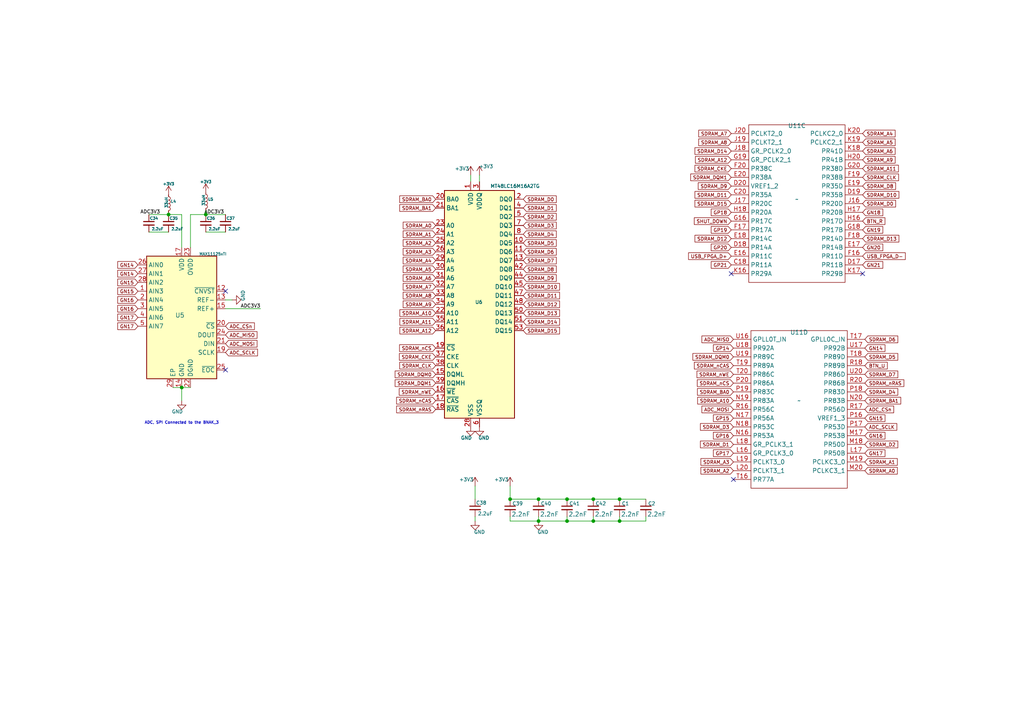
<source format=kicad_sch>
(kicad_sch (version 20230121) (generator eeschema)
  (paper "A4")
  (lib_symbols
    (symbol "Analog_ADC:MAX11125xTI"
      (property "Reference" "U" (at -8.89 19.05 0))
      (property "Value" "MAX11125xTI" (at 10.16 19.05 0))
      (symbol "MAX11125xTI_1_1"
        (pin input line (at -12.7 7.62 0) (length 2.54) (name "AIN3") (number "1"))
        (pin passive line (at 0 -20.32 90) (length 2.54) hide (name "GND") (number "10"))
        (pin passive line (at 0 -20.32 90) (length 2.54) hide (name "GND") (number "11"))
        (pin input line (at 12.7 7.62 180) (length 2.54) (name "~{CNVST}") (number "12"))
        (pin input line (at 12.7 5.08 180) (length 2.54) (name "REF-") (number "13"))
        (pin power_in line (at 0 -20.32 90) (length 2.54) (name "GND") (number "14"))
        (pin input line (at 12.7 2.54 180) (length 2.54) (name "REF+") (number "15"))
        (pin passive line (at 0 -20.32 90) (length 2.54) hide (name "GND") (number "16"))
        (pin power_in line (at 0 20.32 270) (length 2.54) (name "VDD") (number "17"))
        (pin passive line (at 0 20.32 270) (length 2.54) hide (name "VDD") (number "18"))
        (pin input line (at 12.7 -10.16 180) (length 2.54) (name "SCLK") (number "19"))
        (pin input line (at -12.7 5.08 0) (length 2.54) (name "AIN4") (number "2"))
        (pin input line (at 12.7 -2.54 180) (length 2.54) (name "~{CS}") (number "20"))
        (pin input line (at 12.7 -7.62 180) (length 2.54) (name "DIN") (number "21"))
        (pin power_in line (at 2.54 -20.32 90) (length 2.54) (name "DGND") (number "22"))
        (pin power_in line (at 2.54 20.32 270) (length 2.54) (name "OVDD") (number "23"))
        (pin output line (at 12.7 -5.08 180) (length 2.54) (name "DOUT") (number "24"))
        (pin output line (at 12.7 -15.24 180) (length 2.54) (name "~{EOC}") (number "25"))
        (pin input line (at -12.7 15.24 0) (length 2.54) (name "AIN0") (number "26"))
        (pin input line (at -12.7 12.7 0) (length 2.54) (name "AIN1") (number "27"))
        (pin input line (at -12.7 10.16 0) (length 2.54) (name "AIN2") (number "28"))
        (pin power_in line (at -2.54 -20.32 90) (length 2.54) (name "EP") (number "29"))
        (pin input line (at -12.7 2.54 0) (length 2.54) (name "AIN5") (number "3"))
        (pin input line (at -12.7 0 0) (length 2.54) (name "AIN6") (number "4"))
        (pin input line (at -12.7 -2.54 0) (length 2.54) (name "AIN7") (number "5"))
        (pin passive line (at 0 -20.32 90) (length 2.54) hide (name "GND") (number "6"))
        (pin passive line (at 0 -20.32 90) (length 2.54) hide (name "GND") (number "7"))
        (pin passive line (at 0 -20.32 90) (length 2.54) hide (name "GND") (number "8"))
        (pin passive line (at 0 -20.32 90) (length 2.54) hide (name "GND") (number "9"))
      )
    )
    (symbol "Device:C_Small" (pin_numbers hide) (pin_names (offset 0.254) hide)
      (property "Reference" "C" (at 0.254 1.778 0))
      (property "Value" "C_Small" (at 0.254 -2.032 0))
      (symbol "C_Small_1_1"
        (pin passive line (at 0 2.54 270) (length 2.032) (name "~") (number "1"))
        (pin passive line (at 0 -2.54 90) (length 2.032) (name "~") (number "2"))
      )
    )
    (symbol "Device:L_Small" (pin_numbers hide) (pin_names (offset 0.254) hide)
      (property "Reference" "L" (at 0.762 1.016 0))
      (property "Value" "L_Small" (at 0.762 -1.016 0))
      (symbol "L_Small_1_1"
        (pin passive line (at 0 2.54 270) (length 0.508) (name "~") (number "1"))
        (pin passive line (at 0 -2.54 90) (length 0.508) (name "~") (number "2"))
      )
    )
    (symbol "Library_Ulx3:ULX3_(FPGA)"
      (property "Reference" "U" (at 0 0 0))
      (symbol "ULX3_(FPGA)_1_1"
        (pin input line (at -20.32 15.24 0) (length 5.08) (name "PCLKT0_1") (number "A10"))
        (pin input line (at 17.78 15.24 180) (length 5.08) (name "PCLKC0_1") (number "A11"))
        (pin input line (at -20.32 -10.16 0) (length 5.08) (name "PT4A") (number "A6"))
        (pin input line (at -20.32 5.08 0) (length 5.08) (name "PT18A") (number "A7"))
        (pin input line (at 17.78 5.08 180) (length 5.08) (name "PT18B") (number "A8"))
        (pin input line (at -20.32 12.7 0) (length 5.08) (name "GR_PCLK0_1") (number "A9"))
        (pin input line (at 17.78 12.7 180) (length 5.08) (name "GR_PCLK0_0") (number "B10"))
        (pin input line (at -20.32 17.78 0) (length 5.08) (name "PCLKT0_0") (number "B11"))
        (pin input line (at 17.78 -10.16 180) (length 5.08) (name "PT4B") (number "B6"))
        (pin input line (at 17.78 2.54 180) (length 5.08) (name "PT15B") (number "B8"))
        (pin input line (at -20.32 10.16 0) (length 5.08) (name "PT58A") (number "B9"))
        (pin input line (at 17.78 10.16 180) (length 5.08) (name "PT58B") (number "C10"))
        (pin input line (at 17.78 17.78 180) (length 5.08) (name "PCLKC0_0") (number "C11"))
        (pin input line (at -20.32 -2.54 0) (length 5.08) (name "PT11A") (number "C6"))
        (pin input line (at 17.78 -2.54 180) (length 5.08) (name "PT11B") (number "C7"))
        (pin input line (at -20.32 2.54 0) (length 5.08) (name "PT15A") (number "C8"))
        (pin input line (at -20.32 -15.24 0) (length 5.08) (name "PT54A") (number "C9"))
        (pin input line (at -20.32 -12.7 0) (length 5.08) (name "PT56A") (number "D10"))
        (pin input line (at 17.78 -7.62 180) (length 5.08) (name "PT6B") (number "D6"))
        (pin input line (at 17.78 -5.08 180) (length 5.08) (name "PT9B") (number "D7"))
        (pin input line (at 17.78 0 180) (length 5.08) (name "PT13B") (number "D8"))
        (pin input line (at -20.32 7.62 0) (length 5.08) (name "PT20A") (number "D9"))
        (pin input line (at 17.78 -12.7 180) (length 5.08) (name "PT56B") (number "E10"))
        (pin input line (at -20.32 -7.62 0) (length 5.08) (name "PT6A") (number "E6"))
        (pin input line (at -20.32 -5.08 0) (length 5.08) (name "PT9A") (number "E7"))
        (pin input line (at -20.32 0 0) (length 5.08) (name "PT13A") (number "E8"))
        (pin input line (at 17.78 7.62 180) (length 5.08) (name "PT20B") (number "E9"))
      )
      (symbol "ULX3_(FPGA)_2_1"
        (pin input line (at -20.32 -11.43 0) (length 5.08) (name "PT76A") (number "A12"))
        (pin input line (at 17.78 -11.43 180) (length 5.08) (name "PT76B") (number "A13"))
        (pin input line (at -20.32 -3.81 0) (length 5.08) (name "PT83A") (number "A14"))
        (pin input line (at -20.32 -21.59 0) (length 5.08) (name "PT103A") (number "A15"))
        (pin input line (at -20.32 6.35 0) (length 5.08) (name "PT110A") (number "A16"))
        (pin input line (at -20.32 13.97 0) (length 5.08) (name "PT116A") (number "A17"))
        (pin input line (at -20.32 16.51 0) (length 5.08) (name "PT119A") (number "A18"))
        (pin input line (at -20.32 19.05 0) (length 5.08) (name "PT121A") (number "A19"))
        (pin input line (at -20.32 -16.51 0) (length 5.08) (name "PCLKT1_0") (number "B12"))
        (pin input line (at -20.32 -8.89 0) (length 5.08) (name "PT78A") (number "B13"))
        (pin input line (at -20.32 1.27 0) (length 5.08) (name "PT105A") (number "B15"))
        (pin input line (at 17.78 6.35 180) (length 5.08) (name "PT110B") (number "B16"))
        (pin input line (at -20.32 11.43 0) (length 5.08) (name "PT114A") (number "B17"))
        (pin input line (at 17.78 13.97 180) (length 5.08) (name "PT116B") (number "B18"))
        (pin input line (at 17.78 16.51 180) (length 5.08) (name "PT119B") (number "B19"))
        (pin input line (at 17.78 19.05 180) (length 5.08) (name "PT121B") (number "B20"))
        (pin input line (at 17.78 -16.51 180) (length 5.08) (name "PCLKC1_0") (number "C12"))
        (pin input line (at 17.78 -8.89 180) (length 5.08) (name "PT78B") (number "C13"))
        (pin input line (at 17.78 -3.81 180) (length 5.08) (name "PT83B") (number "C14"))
        (pin input line (at 17.78 1.27 180) (length 5.08) (name "PT105B") (number "C15"))
        (pin input line (at -20.32 8.89 0) (length 5.08) (name "PT112A") (number "C16"))
        (pin input line (at 17.78 11.43 180) (length 5.08) (name "PT114B") (number "C17"))
        (pin input line (at -20.32 -19.05 0) (length 5.08) (name "PCLKT1_1") (number "D11"))
        (pin input line (at -20.32 -13.97 0) (length 5.08) (name "GR_PCLK1_0") (number "D12"))
        (pin input line (at -20.32 -6.35 0) (length 5.08) (name "PT80A") (number "D13"))
        (pin input line (at -20.32 -1.27 0) (length 5.08) (name "PT85A") (number "D14"))
        (pin input line (at -20.32 3.81 0) (length 5.08) (name "PT107A") (number "D15"))
        (pin input line (at 17.78 8.89 180) (length 5.08) (name "PT112B") (number "D16"))
        (pin input line (at 17.78 -19.05 180) (length 5.08) (name "PCLKC1_1") (number "E11"))
        (pin input line (at 17.78 -13.97 180) (length 5.08) (name "GR_PCLK1_1") (number "E12"))
        (pin input line (at 17.78 -6.35 180) (length 5.08) (name "PT80B") (number "E13"))
        (pin input line (at 17.78 -1.27 180) (length 5.08) (name "PT85B") (number "E14"))
        (pin input line (at 17.78 3.81 180) (length 5.08) (name "PT107B") (number "E15"))
      )
      (symbol "ULX3_(FPGA)_3_1"
        (pin input line (at -19.05 -19.05 0) (length 5.08) (name "PR11A") (number "C18"))
        (pin input line (at -19.05 1.27 0) (length 5.08) (name "PR35A") (number "C20"))
        (pin input line (at 19.05 -19.05 180) (length 5.08) (name "PR11B") (number "D17"))
        (pin input line (at -19.05 -13.97 0) (length 5.08) (name "PR14A") (number "D18"))
        (pin input line (at 19.05 1.27 180) (length 5.08) (name "PR35B") (number "D19"))
        (pin input line (at -19.05 3.81 0) (length 5.08) (name "VREF1_2") (number "D20"))
        (pin input line (at -19.05 -16.51 0) (length 5.08) (name "PR11C") (number "E16"))
        (pin input line (at 19.05 -13.97 180) (length 5.08) (name "PR14B") (number "E17"))
        (pin input line (at -19.05 -11.43 0) (length 5.08) (name "PR14C") (number "E18"))
        (pin input line (at 19.05 3.81 180) (length 5.08) (name "PR35D") (number "E19"))
        (pin input line (at -19.05 6.35 0) (length 5.08) (name "PR38A") (number "E20"))
        (pin input line (at 19.05 -16.51 180) (length 5.08) (name "PR11D") (number "F16"))
        (pin input line (at -19.05 -8.89 0) (length 5.08) (name "PR17A") (number "F17"))
        (pin input line (at 19.05 -11.43 180) (length 5.08) (name "PR14D") (number "F18"))
        (pin input line (at 19.05 6.35 180) (length 5.08) (name "PR38B") (number "F19"))
        (pin input line (at -19.05 8.89 0) (length 5.08) (name "PR38C") (number "F20"))
        (pin input line (at -19.05 -6.35 0) (length 5.08) (name "PR17C") (number "G16"))
        (pin input line (at 19.05 -8.89 180) (length 5.08) (name "PR17B") (number "G18"))
        (pin input line (at -19.05 11.43 0) (length 5.08) (name "GR_PCLK2_1") (number "G19"))
        (pin input line (at 19.05 8.89 180) (length 5.08) (name "PR38D") (number "G20"))
        (pin input line (at 19.05 -6.35 180) (length 5.08) (name "PR17D") (number "H16"))
        (pin input line (at 19.05 -3.81 180) (length 5.08) (name "PR20B") (number "H17"))
        (pin input line (at -19.05 -3.81 0) (length 5.08) (name "PR20A") (number "H18"))
        (pin input line (at 19.05 11.43 180) (length 5.08) (name "PR41B") (number "H20"))
        (pin input line (at 19.05 -1.27 180) (length 5.08) (name "PR20D") (number "J16"))
        (pin input line (at -19.05 -1.27 0) (length 5.08) (name "PR20C") (number "J17"))
        (pin input line (at -19.05 13.97 0) (length 5.08) (name "GR_PCLK2_0") (number "J18"))
        (pin input line (at -19.05 16.51 0) (length 5.08) (name "PCLKT2_1") (number "J19"))
        (pin input line (at -19.05 19.05 0) (length 5.08) (name "PCLKT2_0") (number "J20"))
        (pin input line (at -19.05 -21.59 0) (length 5.08) (name "PR29A") (number "K16"))
        (pin input line (at 19.05 -21.59 180) (length 5.08) (name "PR29B") (number "K17"))
        (pin input line (at 19.05 13.97 180) (length 5.08) (name "PR41D") (number "K18"))
        (pin input line (at 19.05 16.51 180) (length 5.08) (name "PCLKC2_1") (number "K19"))
        (pin input line (at 19.05 19.05 180) (length 5.08) (name "PCLKC2_0") (number "K20"))
      )
      (symbol "ULX3_(FPGA)_4_1"
        (pin input line (at -19.05 -15.24 0) (length 5.08) (name "GR_PCLK3_0") (number "L16"))
        (pin input line (at 19.05 -15.24 180) (length 5.08) (name "PR50B") (number "L17"))
        (pin input line (at -19.05 -12.7 0) (length 5.08) (name "GR_PCLK3_1") (number "L18"))
        (pin input line (at -19.05 -17.78 0) (length 5.08) (name "PCLKT3_0") (number "L19"))
        (pin input line (at -19.05 -20.32 0) (length 5.08) (name "PCLKT3_1") (number "L20"))
        (pin input line (at 19.05 -10.16 180) (length 5.08) (name "PR53B") (number "M17"))
        (pin input line (at 19.05 -12.7 180) (length 5.08) (name "PR50D") (number "M18"))
        (pin input line (at 19.05 -17.78 180) (length 5.08) (name "PCLKC3_0") (number "M19"))
        (pin input line (at 19.05 -20.32 180) (length 5.08) (name "PCLKC3_1") (number "M20"))
        (pin input line (at -19.05 -10.16 0) (length 5.08) (name "PR53A") (number "N16"))
        (pin input line (at -19.05 -5.08 0) (length 5.08) (name "PR56A") (number "N17"))
        (pin input line (at -19.05 -7.62 0) (length 5.08) (name "PR53C") (number "N18"))
        (pin input line (at -19.05 0 0) (length 5.08) (name "PR83A") (number "N19"))
        (pin input line (at 19.05 0 180) (length 5.08) (name "PR83B") (number "N20"))
        (pin input line (at 19.05 -5.08 180) (length 5.08) (name "VREF1_3") (number "P16"))
        (pin input line (at 19.05 -7.62 180) (length 5.08) (name "PR53D") (number "P17"))
        (pin input line (at 19.05 2.54 180) (length 5.08) (name "PR83D") (number "P18"))
        (pin input line (at -19.05 2.54 0) (length 5.08) (name "PR83C") (number "P19"))
        (pin input line (at -19.05 5.08 0) (length 5.08) (name "PR86A") (number "P20"))
        (pin input line (at -19.05 -2.54 0) (length 5.08) (name "PR56C") (number "R16"))
        (pin input line (at 19.05 -2.54 180) (length 5.08) (name "PR56D") (number "R17"))
        (pin input line (at 19.05 10.16 180) (length 5.08) (name "PR89B") (number "R18"))
        (pin input line (at 19.05 5.08 180) (length 5.08) (name "PR86B") (number "R20"))
        (pin input line (at -19.05 -22.86 0) (length 5.08) (name "PR77A") (number "T16"))
        (pin input line (at 19.05 17.78 180) (length 5.08) (name "GPLL0C_IN") (number "T17"))
        (pin input line (at 19.05 12.7 180) (length 5.08) (name "PR89D") (number "T18"))
        (pin input line (at -19.05 10.16 0) (length 5.08) (name "PR89A") (number "T19"))
        (pin input line (at -19.05 7.62 0) (length 5.08) (name "PR86C") (number "T20"))
        (pin input line (at -19.05 17.78 0) (length 5.08) (name "GPLL0T_IN") (number "U16"))
        (pin input line (at 19.05 15.24 180) (length 5.08) (name "PR92B") (number "U17"))
        (pin input line (at -19.05 15.24 0) (length 5.08) (name "PR92A") (number "U18"))
        (pin input line (at -19.05 12.7 0) (length 5.08) (name "PR89C") (number "U19"))
        (pin input line (at 19.05 7.62 180) (length 5.08) (name "PR86D") (number "U20"))
      )
      (symbol "ULX3_(FPGA)_5_1"
        (pin input line (at 19.05 15.24 180) (length 5.08) (name "PCLKC6_1") (number "F1"))
        (pin input line (at 19.05 17.78 180) (length 5.08) (name "PCLKC6_0") (number "G1"))
        (pin input line (at -19.05 15.24 0) (length 5.08) (name "PCLKT6_1") (number "G2"))
        (pin input line (at -19.05 7.62 0) (length 5.08) (name "PL53C") (number "H1"))
        (pin input line (at -19.05 17.78 0) (length 5.08) (name "PCLKT6_0") (number "H2"))
        (pin input line (at 19.05 5.08 180) (length 5.08) (name "PL53B") (number "J1"))
        (pin input line (at -19.05 12.7 0) (length 5.08) (name "GR_PCLK6_1") (number "J3"))
        (pin input line (at -19.05 10.16 0) (length 5.08) (name "GR_PCLK6_0") (number "J4"))
        (pin input line (at 19.05 10.16 180) (length 5.08) (name "PL50B") (number "J5"))
        (pin input line (at 19.05 7.62 180) (length 5.08) (name "PL53D") (number "K1"))
        (pin input line (at -19.05 5.08 0) (length 5.08) (name "PL53A") (number "K2"))
        (pin input line (at 19.05 12.7 180) (length 5.08) (name "PL50D") (number "K3"))
        (pin input line (at -19.05 0 0) (length 5.08) (name "PL56A") (number "K4"))
        (pin input line (at 19.05 0 180) (length 5.08) (name "VREF1_6") (number "K5"))
        (pin input line (at -19.05 -12.7 0) (length 5.08) (name "PL65C") (number "L1"))
        (pin input line (at 19.05 -7.62 180) (length 5.08) (name "PL86D") (number "L2"))
        (pin input line (at -19.05 -7.62 0) (length 5.08) (name "PL86C") (number "L3"))
        (pin input line (at -19.05 2.54 0) (length 5.08) (name "PL56C") (number "L4"))
        (pin input line (at 19.05 2.54 180) (length 5.08) (name "PL56D") (number "L5"))
        (pin input line (at 19.05 -15.24 180) (length 5.08) (name "PL89B") (number "M1"))
        (pin input line (at 19.05 -10.16 180) (length 5.08) (name "PL86B") (number "M3"))
        (pin input line (at -19.05 -5.08 0) (length 5.08) (name "PL83A") (number "M4"))
        (pin input line (at -19.05 -22.86 0) (length 5.08) (name "PL77A") (number "M5"))
        (pin input line (at 19.05 -12.7 180) (length 5.08) (name "PL89D") (number "N1"))
        (pin input line (at -19.05 -15.24 0) (length 5.08) (name "PL65A") (number "N2"))
        (pin input line (at -19.05 -10.16 0) (length 5.08) (name "PL86A") (number "N3"))
        (pin input line (at -19.05 -2.54 0) (length 5.08) (name "PL83C") (number "N4"))
        (pin input line (at 19.05 -5.08 180) (length 5.08) (name "PL83B") (number "N5"))
        (pin input line (at -19.05 -20.32 0) (length 5.08) (name "PL92A") (number "P1"))
        (pin input line (at 19.05 -20.32 180) (length 5.08) (name "PL92B") (number "P2"))
        (pin input line (at -19.05 -17.78 0) (length 5.08) (name "GPLL0T_IN") (number "P3"))
        (pin input line (at 19.05 -17.78 180) (length 5.08) (name "GPLL0C_IN") (number "P4"))
        (pin input line (at 19.05 -2.54 180) (length 5.08) (name "PL83D") (number "P5"))
      )
      (symbol "ULX3_(FPGA)_6_1"
        (pin input line (at -19.05 -2.54 0) (length 5.08) (name "PL35A") (number "A2"))
        (pin input line (at -19.05 15.24 0) (length 5.08) (name "PL14C") (number "A3"))
        (pin input line (at -19.05 17.78 0) (length 5.08) (name "PL11A") (number "A4"))
        (pin input line (at 19.05 17.78 180) (length 5.08) (name "PL11B") (number "A5"))
        (pin input line (at 19.05 -2.54 180) (length 5.08) (name "PL35B") (number "B1"))
        (pin input line (at -19.05 0 0) (length 5.08) (name "VREF1_7") (number "B2"))
        (pin input line (at 19.05 15.24 180) (length 5.08) (name "PL14D") (number "B3"))
        (pin input line (at 19.05 12.7 180) (length 5.08) (name "PL14B") (number "B4"))
        (pin input line (at -19.05 20.32 0) (length 5.08) (name "PL11C") (number "B5"))
        (pin input line (at -19.05 -7.62 0) (length 5.08) (name "PL38A") (number "C1"))
        (pin input line (at 19.05 0 180) (length 5.08) (name "PL35D") (number "C2"))
        (pin input line (at -19.05 10.16 0) (length 5.08) (name "PL17C") (number "C3"))
        (pin input line (at -19.05 12.7 0) (length 5.08) (name "PL14A") (number "C4"))
        (pin input line (at 19.05 20.32 180) (length 5.08) (name "PL11D") (number "C5"))
        (pin input line (at 19.05 -7.62 180) (length 5.08) (name "PL38B") (number "D1"))
        (pin input line (at -19.05 -5.08 0) (length 5.08) (name "PL38C") (number "D2"))
        (pin input line (at 19.05 10.16 180) (length 5.08) (name "PL17D") (number "D3"))
        (pin input line (at 19.05 7.62 180) (length 5.08) (name "PL17B") (number "D5"))
        (pin input line (at 19.05 -5.08 180) (length 5.08) (name "PL38D") (number "E1"))
        (pin input line (at 19.05 -15.24 180) (length 5.08) (name "PCLKC7_0") (number "E2"))
        (pin input line (at 19.05 2.54 180) (length 5.08) (name "PL20B") (number "E3"))
        (pin input line (at -19.05 7.62 0) (length 5.08) (name "PL17A") (number "E4"))
        (pin input line (at -19.05 5.08 0) (length 5.08) (name "PL20C") (number "E5"))
        (pin input line (at -19.05 -15.24 0) (length 5.08) (name "PCLKT7_0") (number "F2"))
        (pin input line (at 19.05 -17.78 180) (length 5.08) (name "PCLKC7_1") (number "F3"))
        (pin input line (at -19.05 2.54 0) (length 5.08) (name "PL20A") (number "F4"))
        (pin input line (at 19.05 5.08 180) (length 5.08) (name "PL20D") (number "F5"))
        (pin input line (at -19.05 -17.78 0) (length 5.08) (name "PCLKT7_1") (number "G3"))
        (pin input line (at 19.05 -12.7 180) (length 5.08) (name "PL41B") (number "G5"))
        (pin input line (at 19.05 -10.16 180) (length 5.08) (name "PL41D") (number "H3"))
        (pin input line (at -19.05 -12.7 0) (length 5.08) (name "GR_PCLK7_1") (number "H4"))
        (pin input line (at -19.05 -10.16 0) (length 5.08) (name "GR_PCLK7_0") (number "H5"))
      )
      (symbol "ULX3_(FPGA)_7_1"
        (pin input line (at -17.78 16.51 0) (length 5.08) (name "D7") (number "R1"))
        (pin input line (at -17.78 3.81 0) (length 5.08) (name "CSSPIN") (number "R2"))
        (pin input line (at 20.32 3.81 180) (length 5.08) (name "DOUT/CSOn") (number "R3"))
        (pin input line (at -17.78 -11.43 0) (length 5.08) (name "CFG_2") (number "R4"))
        (pin input line (at 20.32 16.51 180) (length 5.08) (name "D6") (number "T1"))
        (pin input line (at -17.78 6.35 0) (length 5.08) (name "SN/CSn") (number "T2"))
        (pin input line (at -17.78 -3.81 0) (length 5.08) (name "WRITEn") (number "T3"))
        (pin input line (at -17.78 -13.97 0) (length 5.08) (name "CFG_1") (number "T4"))
        (pin input line (at -17.78 13.97 0) (length 5.08) (name "D5/MISO2") (number "U1"))
        (pin input line (at 20.32 6.35 180) (length 5.08) (name "CS1n") (number "U2"))
        (pin input line (at -17.78 -6.35 0) (length 5.08) (name "CCLK") (number "U3"))
        (pin input line (at -17.78 -16.51 0) (length 5.08) (name "CFG_0") (number "U4"))
        (pin input line (at 20.32 13.97 180) (length 5.08) (name "D4/MOSI2") (number "V1"))
        (pin input line (at -17.78 8.89 0) (length 5.08) (name "D1/MISO") (number "V2"))
        (pin input line (at -17.78 1.27 0) (length 5.08) (name "INITn") (number "V3"))
        (pin input line (at -17.78 11.43 0) (length 5.08) (name "D3/HOLDn") (number "W1"))
        (pin input line (at 20.32 8.89 180) (length 5.08) (name "D0/MOSI") (number "W2"))
        (pin input line (at -17.78 -1.27 0) (length 5.08) (name "PROGRAMn") (number "W3"))
        (pin input line (at 20.32 11.43 180) (length 5.08) (name "D2/WPn") (number "Y2"))
        (pin input line (at -17.78 -8.89 0) (length 5.08) (name "DONE") (number "Y3"))
      )
      (symbol "ULX3_(FPGA)_8_1"
        (pin input line (at 21.59 7.62 180) (length 5.08) (name "VCCHTX0_D0CH1") (number "T10"))
        (pin input line (at -21.59 -8.89 0) (length 5.08) (name "VCCHTX0_D1CH0") (number "T11"))
        (pin input line (at -21.59 -11.43 0) (length 5.08) (name "VCCHRX0_D1CH0") (number "T12"))
        (pin input line (at 21.59 -11.43 180) (length 5.08) (name "VCCHRX0_D1CH1") (number "T13"))
        (pin input line (at 21.59 -8.89 180) (length 5.08) (name "VCCHTX0_D1CH1") (number "T14"))
        (pin input line (at -21.59 -3.81 0) (length 5.08) (name "VCCA1") (number "T15"))
        (pin input line (at -21.59 2.54 0) (length 5.08) (name "VCCA0") (number "T6"))
        (pin input line (at -21.59 7.62 0) (length 5.08) (name "VCCHTX0_D0CH0") (number "T7"))
        (pin input line (at -21.59 5.08 0) (length 5.08) (name "VCCHRX0_D0CH0") (number "T8"))
        (pin input line (at 21.59 5.08 180) (length 5.08) (name "VCCHRX0_D0CH1") (number "T9"))
        (pin input line (at -21.59 -6.35 0) (length 5.08) (name "VCCA1") (number "U15"))
        (pin input line (at -21.59 0 0) (length 5.08) (name "VCCA0") (number "U6"))
        (pin input line (at 21.59 2.54 180) (length 5.08) (name "VCCAUXA0") (number "V10"))
        (pin input line (at 21.59 0 180) (length 5.08) (name "VCCAUXA0") (number "V11"))
        (pin input line (at 21.59 -3.81 180) (length 5.08) (name "VCCAUXA1") (number "V17"))
        (pin input line (at 21.59 -6.35 180) (length 5.08) (name "VCCAUXA1") (number "V18"))
        (pin input line (at -21.59 -17.78 0) (length 5.08) (name "HDTXP0_D1CH0") (number "W13"))
        (pin input line (at 21.59 -17.78 180) (length 5.08) (name "HDTXN0_D1CH0") (number "W14"))
        (pin input line (at -21.59 -22.86 0) (length 5.08) (name "HDTXP0_D1CH1") (number "W17"))
        (pin input line (at 21.59 -22.86 180) (length 5.08) (name "HDTXN0_D1CH1") (number "W18"))
        (pin input line (at 21.59 -15.24 180) (length 5.08) (name "REFCLKN_D1") (number "W20"))
        (pin input line (at -21.59 19.05 0) (length 5.08) (name "HDTXP0_D0CH0") (number "W4"))
        (pin input line (at 21.59 19.05 180) (length 5.08) (name "HDTXN0_D0CH0") (number "W5"))
        (pin input line (at -21.59 13.97 0) (length 5.08) (name "HDTXP0_D0CH1") (number "W8"))
        (pin input line (at 21.59 13.97 180) (length 5.08) (name "HDTXN0_D0CH1") (number "W9"))
        (pin input line (at -21.59 21.59 0) (length 5.08) (name "REFCLKP_D0") (number "Y11"))
        (pin input line (at 21.59 21.59 180) (length 5.08) (name "REFCLKN_D0") (number "Y12"))
        (pin input line (at -21.59 -20.32 0) (length 5.08) (name "HDRXP0_D1CH0") (number "Y14"))
        (pin input line (at 21.59 -20.32 180) (length 5.08) (name "HDRXN0_D1CH0") (number "Y15"))
        (pin input line (at -21.59 -25.4 0) (length 5.08) (name "HDRXP0_D1CH1") (number "Y16"))
        (pin input line (at 21.59 -25.4 180) (length 5.08) (name "HDRXN0_D1CH1") (number "Y17"))
        (pin input line (at -21.59 -15.24 0) (length 5.08) (name "REFCLKP_D1") (number "Y19"))
        (pin input line (at -21.59 16.51 0) (length 5.08) (name "HDRXP0_D0CH0") (number "Y5"))
        (pin input line (at 21.59 16.51 180) (length 5.08) (name "HDRXN0_D0CH0") (number "Y6"))
        (pin input line (at -21.59 11.43 0) (length 5.08) (name "HDRXP0_D0CH1") (number "Y7"))
        (pin input line (at 21.59 11.43 180) (length 5.08) (name "HDRXN0_D0CH1") (number "Y8"))
      )
      (symbol "ULX3_(FPGA)_9_1"
        (pin input line (at -10.16 74.93 0) (length 2.54) (name "GND") (number "B14"))
        (pin input line (at -10.16 76.2 0) (length 2.54) (name "GND") (number "B7"))
        (pin input line (at -10.16 73.66 0) (length 2.54) (name "GND") (number "C19"))
        (pin input line (at -10.16 72.39 0) (length 2.54) (name "GND") (number "D4"))
        (pin input line (at 12.7 -38.1 180) (length 2.54) (name "VCC100_2") (number "F10"))
        (pin input line (at 12.7 0 180) (length 2.54) (name "VCC101_1") (number "F11"))
        (pin input line (at 12.7 -2.54 180) (length 2.54) (name "VCC101_2") (number "F12"))
        (pin input line (at -10.16 68.58 0) (length 2.54) (name "GND") (number "F13"))
        (pin input line (at -10.16 67.31 0) (length 2.54) (name "GND") (number "F14"))
        (pin input line (at 12.7 10.16 180) (length 2.54) (name "VCCAUX_2") (number "F15"))
        (pin input line (at 12.7 12.7 180) (length 2.54) (name "VCCAUX_1") (number "F6"))
        (pin input line (at -10.16 71.12 0) (length 2.54) (name "GND") (number "F7"))
        (pin input line (at -10.16 69.85 0) (length 2.54) (name "GND") (number "F8"))
        (pin input line (at 12.7 -35.56 180) (length 2.54) (name "VCC100_1") (number "F9"))
        (pin input line (at -10.16 59.69 0) (length 2.54) (name "GND") (number "G10"))
        (pin input line (at -10.16 58.42 0) (length 2.54) (name "GND") (number "G11"))
        (pin input line (at -10.16 57.15 0) (length 2.54) (name "GND") (number "G12"))
        (pin input line (at -10.16 55.88 0) (length 2.54) (name "GND") (number "G13"))
        (pin input line (at -10.16 54.61 0) (length 2.54) (name "GND") (number "G14"))
        (pin input line (at -10.16 53.34 0) (length 2.54) (name "GND") (number "G15"))
        (pin input line (at -10.16 52.07 0) (length 2.54) (name "GND") (number "G17"))
        (pin input line (at -10.16 66.04 0) (length 2.54) (name "GND") (number "G4"))
        (pin input line (at -10.16 64.77 0) (length 2.54) (name "GND") (number "G6"))
        (pin input line (at -10.16 63.5 0) (length 2.54) (name "GND") (number "G7"))
        (pin input line (at -10.16 62.23 0) (length 2.54) (name "GND") (number "G8"))
        (pin input line (at -10.16 60.96 0) (length 2.54) (name "GND") (number "G9"))
        (pin input line (at 12.7 60.96 180) (length 2.54) (name "VCC_3") (number "H10"))
        (pin input line (at 12.7 58.42 180) (length 2.54) (name "VCC_4") (number "H11"))
        (pin input line (at 12.7 55.88 180) (length 2.54) (name "VCC_5") (number "H12"))
        (pin input line (at 12.7 53.34 180) (length 2.54) (name "VCC_6") (number "H13"))
        (pin input line (at 12.7 -5.08 180) (length 2.54) (name "VCC102_1") (number "H14"))
        (pin input line (at 12.7 -7.62 180) (length 2.54) (name "VCC102_2") (number "H15"))
        (pin input line (at -10.16 50.8 0) (length 2.54) (name "GND") (number "H19"))
        (pin input line (at 12.7 -40.64 180) (length 2.54) (name "VCCI07_1") (number "H6"))
        (pin input line (at 12.7 -43.18 180) (length 2.54) (name "VCCI07_2") (number "H7"))
        (pin input line (at 12.7 66.04 180) (length 2.54) (name "VCC_1") (number "H8"))
        (pin input line (at 12.7 63.5 180) (length 2.54) (name "VCC_2") (number "H9"))
        (pin input line (at -10.16 45.72 0) (length 2.54) (name "GND") (number "J10"))
        (pin input line (at -10.16 44.45 0) (length 2.54) (name "GND") (number "J11"))
        (pin input line (at -10.16 43.18 0) (length 2.54) (name "GND") (number "J12"))
        (pin input line (at 12.7 48.26 180) (length 2.54) (name "VCC_8") (number "J13"))
        (pin input line (at -10.16 41.91 0) (length 2.54) (name "GND") (number "J14"))
        (pin input line (at 12.7 -10.16 180) (length 2.54) (name "VCC102_3") (number "J15"))
        (pin input line (at -10.16 49.53 0) (length 2.54) (name "GND") (number "J2"))
        (pin input line (at 12.7 -45.72 180) (length 2.54) (name "VCC107_3") (number "J6"))
        (pin input line (at -10.16 48.26 0) (length 2.54) (name "GND") (number "J7"))
        (pin input line (at 12.7 50.8 180) (length 2.54) (name "VCC_7") (number "J8"))
        (pin input line (at -10.16 46.99 0) (length 2.54) (name "GND") (number "J9"))
        (pin input line (at -10.16 36.83 0) (length 2.54) (name "GND") (number "K10"))
        (pin input line (at -10.16 35.56 0) (length 2.54) (name "GND") (number "K11"))
        (pin input line (at -10.16 34.29 0) (length 2.54) (name "GND") (number "K12"))
        (pin input line (at 12.7 43.18 180) (length 2.54) (name "VCC_10") (number "K13"))
        (pin input line (at -10.16 33.02 0) (length 2.54) (name "GND") (number "K14"))
        (pin input line (at -10.16 31.75 0) (length 2.54) (name "GND") (number "K15"))
        (pin input line (at -10.16 40.64 0) (length 2.54) (name "GND") (number "K6"))
        (pin input line (at -10.16 39.37 0) (length 2.54) (name "GND") (number "K7"))
        (pin input line (at 12.7 45.72 180) (length 2.54) (name "VCC_9") (number "K8"))
        (pin input line (at -10.16 38.1 0) (length 2.54) (name "GND") (number "K9"))
        (pin input line (at -10.16 29.21 0) (length 2.54) (name "GND") (number "L10"))
        (pin input line (at -10.16 27.94 0) (length 2.54) (name "GND") (number "L11"))
        (pin input line (at -10.16 26.67 0) (length 2.54) (name "GND") (number "L12"))
        (pin input line (at 12.7 38.1 180) (length 2.54) (name "VCC_12") (number "L13"))
        (pin input line (at 12.7 -12.7 180) (length 2.54) (name "VCC103_1") (number "L14"))
        (pin input line (at 12.7 -15.24 180) (length 2.54) (name "VCC103_2") (number "L15"))
        (pin input line (at 12.7 -20.32 180) (length 2.54) (name "VCC106_1") (number "L6"))
        (pin input line (at 12.7 -22.86 180) (length 2.54) (name "VCC106_2") (number "L7"))
        (pin input line (at 12.7 40.64 180) (length 2.54) (name "VCC_11") (number "L8"))
        (pin input line (at -10.16 30.48 0) (length 2.54) (name "GND") (number "L9"))
        (pin input line (at -10.16 21.59 0) (length 2.54) (name "GND") (number "M10"))
        (pin input line (at -10.16 20.32 0) (length 2.54) (name "GND") (number "M11"))
        (pin input line (at -10.16 19.05 0) (length 2.54) (name "GND") (number "M12"))
        (pin input line (at 12.7 33.02 180) (length 2.54) (name "VCC_14") (number "M13"))
        (pin input line (at -10.16 17.78 0) (length 2.54) (name "GND") (number "M14"))
        (pin input line (at 12.7 -17.78 180) (length 2.54) (name "VCC103_3") (number "M15"))
        (pin input line (at -10.16 16.51 0) (length 2.54) (name "GND") (number "M16"))
        (pin input line (at -10.16 25.4 0) (length 2.54) (name "GND") (number "M2"))
        (pin input line (at 12.7 -25.4 180) (length 2.54) (name "VCC106_3") (number "M6"))
        (pin input line (at -10.16 24.13 0) (length 2.54) (name "GND") (number "M7"))
        (pin input line (at 12.7 35.56 180) (length 2.54) (name "VCC_13") (number "M8"))
        (pin input line (at -10.16 22.86 0) (length 2.54) (name "GND") (number "M9"))
        (pin input line (at 12.7 25.4 180) (length 2.54) (name "VCC_17") (number "N10"))
        (pin input line (at 12.7 22.86 180) (length 2.54) (name "VCC_18") (number "N11"))
        (pin input line (at 12.7 20.32 180) (length 2.54) (name "VCC_19") (number "N12"))
        (pin input line (at 12.7 17.78 180) (length 2.54) (name "VCC_20") (number "N13"))
        (pin input line (at -10.16 12.7 0) (length 2.54) (name "GND") (number "N14"))
        (pin input line (at -10.16 11.43 0) (length 2.54) (name "GND") (number "N15"))
        (pin input line (at -10.16 15.24 0) (length 2.54) (name "GND") (number "N6"))
        (pin input line (at -10.16 13.97 0) (length 2.54) (name "GND") (number "N7"))
        (pin input line (at 12.7 30.48 180) (length 2.54) (name "VCC_15") (number "N8"))
        (pin input line (at 12.7 27.94 180) (length 2.54) (name "VCC_16") (number "N9"))
        (pin input line (at 12.7 -30.48 180) (length 2.54) (name "VCC108_2") (number "P10"))
        (pin input line (at -10.16 7.62 0) (length 2.54) (name "GND") (number "P11"))
        (pin input line (at -10.16 6.35 0) (length 2.54) (name "GND") (number "P12"))
        (pin input line (at -10.16 5.08 0) (length 2.54) (name "GND") (number "P13"))
        (pin input line (at -10.16 3.81 0) (length 2.54) (name "GND") (number "P14"))
        (pin input line (at 12.7 5.08 180) (length 2.54) (name "VCCAUX_4") (number "P15"))
        (pin input line (at 12.7 7.62 180) (length 2.54) (name "VCCAUX_3") (number "P6"))
        (pin input line (at -10.16 10.16 0) (length 2.54) (name "GND") (number "P7"))
        (pin input line (at -10.16 8.89 0) (length 2.54) (name "GND") (number "P8"))
        (pin input line (at 12.7 -27.94 180) (length 2.54) (name "VCC108_1") (number "P9"))
        (pin input line (at -10.16 2.54 0) (length 2.54) (name "GND") (number "R19"))
        (pin input line (at -10.16 -3.81 0) (length 2.54) (name "GND") (number "T10"))
        (pin input line (at -10.16 -5.08 0) (length 2.54) (name "GND") (number "T11"))
        (pin input line (at -10.16 -6.35 0) (length 2.54) (name "GND") (number "T12"))
        (pin input line (at -10.16 -7.62 0) (length 2.54) (name "GND") (number "T13"))
        (pin input line (at -10.16 -8.89 0) (length 2.54) (name "GND") (number "T14"))
        (pin input line (at -10.16 -10.16 0) (length 2.54) (name "GND") (number "T15"))
        (pin input line (at -10.16 1.27 0) (length 2.54) (name "GND") (number "T6"))
        (pin input line (at -10.16 0 0) (length 2.54) (name "GND") (number "T7"))
        (pin input line (at -10.16 -1.27 0) (length 2.54) (name "GND") (number "T8"))
        (pin input line (at -10.16 -2.54 0) (length 2.54) (name "GND") (number "T9"))
        (pin input line (at -10.16 -16.51 0) (length 2.54) (name "GND") (number "U10"))
        (pin input line (at -10.16 -17.78 0) (length 2.54) (name "GND") (number "U11"))
        (pin input line (at -10.16 -19.05 0) (length 2.54) (name "GND") (number "U12"))
        (pin input line (at -10.16 -20.32 0) (length 2.54) (name "GND") (number "U13"))
        (pin input line (at -10.16 -21.59 0) (length 2.54) (name "GND") (number "U14"))
        (pin input line (at -10.16 -22.86 0) (length 2.54) (name "GND") (number "U15"))
        (pin input line (at -10.16 -11.43 0) (length 2.54) (name "GND") (number "U6"))
        (pin input line (at -10.16 -12.7 0) (length 2.54) (name "GND") (number "U7"))
        (pin input line (at -10.16 -13.97 0) (length 2.54) (name "GND") (number "U8"))
        (pin input line (at -10.16 -15.24 0) (length 2.54) (name "GND") (number "U9"))
        (pin input line (at -10.16 -30.48 0) (length 2.54) (name "GND") (number "V10"))
        (pin input line (at -10.16 -31.75 0) (length 2.54) (name "GND") (number "V11"))
        (pin input line (at -10.16 -33.02 0) (length 2.54) (name "GND") (number "V12"))
        (pin input line (at -10.16 -34.29 0) (length 2.54) (name "GND") (number "V13"))
        (pin input line (at -10.16 -35.56 0) (length 2.54) (name "GND") (number "V14"))
        (pin input line (at -10.16 -36.83 0) (length 2.54) (name "GND") (number "V15"))
        (pin input line (at -10.16 -38.1 0) (length 2.54) (name "GND") (number "V16"))
        (pin input line (at -10.16 -39.37 0) (length 2.54) (name "GND") (number "V17"))
        (pin input line (at -10.16 -40.64 0) (length 2.54) (name "GND") (number "V18"))
        (pin input line (at -10.16 -41.91 0) (length 2.54) (name "GND") (number "V19"))
        (pin input line (at -10.16 -43.18 0) (length 2.54) (name "GND") (number "V20"))
        (pin input line (at -10.16 -24.13 0) (length 2.54) (name "GND") (number "V5"))
        (pin input line (at -10.16 -25.4 0) (length 2.54) (name "GND") (number "V6"))
        (pin input line (at -10.16 -26.67 0) (length 2.54) (name "GND") (number "V7"))
        (pin input line (at -10.16 -27.94 0) (length 2.54) (name "GND") (number "V8"))
        (pin input line (at -10.16 -29.21 0) (length 2.54) (name "GND") (number "V9"))
        (pin input line (at -10.16 -46.99 0) (length 2.54) (name "GND") (number "W12"))
        (pin input line (at -10.16 -48.26 0) (length 2.54) (name "GND") (number "W15"))
        (pin input line (at -10.16 -49.53 0) (length 2.54) (name "GND") (number "W16"))
        (pin input line (at -10.16 -50.8 0) (length 2.54) (name "GND") (number "W19"))
        (pin input line (at -10.16 -52.07 0) (length 2.54) (name "GND") (number "W20"))
        (pin input line (at -10.16 -44.45 0) (length 2.54) (name "GND") (number "W6"))
        (pin input line (at -10.16 -45.72 0) (length 2.54) (name "GND") (number "W7"))
        (pin input line (at -10.16 -58.42 0) (length 2.54) (name "GND") (number "Y11"))
        (pin input line (at -10.16 -59.69 0) (length 2.54) (name "GND") (number "Y12"))
        (pin input line (at -10.16 -60.96 0) (length 2.54) (name "GND") (number "Y14"))
        (pin input line (at -10.16 -62.23 0) (length 2.54) (name "GND") (number "Y15"))
        (pin input line (at -10.16 -63.5 0) (length 2.54) (name "GND") (number "Y16"))
        (pin input line (at -10.16 -64.77 0) (length 2.54) (name "GND") (number "Y17"))
        (pin input line (at -10.16 -66.04 0) (length 2.54) (name "GND") (number "Y19"))
        (pin input line (at -10.16 -53.34 0) (length 2.54) (name "GND") (number "Y5"))
        (pin input line (at -10.16 -54.61 0) (length 2.54) (name "GND") (number "Y6"))
        (pin input line (at -10.16 -55.88 0) (length 2.54) (name "GND") (number "Y7"))
        (pin input line (at -10.16 -57.15 0) (length 2.54) (name "GND") (number "Y8"))
      )
      (symbol "ULX3_(FPGA)_10_0"
        (text "JTAG" (at 6.35 1.27 0) (effects (font (size 1.524 1.524))))
      )
      (symbol "ULX3_(FPGA)_10_1"
        (text "PROG" (at 6.35 -1.27 0) (effects (font (size 1.524 1.524))))
        (pin input line (at -11.43 3.81 0) (length 5.08) (name "TDI") (number "R5"))
        (pin input line (at -11.43 -1.27 0) (length 5.08) (name "TCK") (number "T5"))
        (pin input line (at -11.43 -3.81 0) (length 5.08) (name "TMS") (number "U5"))
        (pin input line (at -11.43 1.27 0) (length 5.08) (name "TDO") (number "V4"))
      )
    )
    (symbol "Memory_RAM:MT48LC16M16A2TG"
      (property "Reference" "U" (at -8.89 34.29 0))
      (property "Value" "MT48LC16M16A2TG" (at 8.89 34.29 0))
      (symbol "MT48LC16M16A2TG_1_1"
        (pin power_in line (at -2.54 35.56 270) (length 2.54) (name "VDD") (number "1"))
        (pin bidirectional line (at 12.7 17.78 180) (length 2.54) (name "DQ5") (number "10"))
        (pin bidirectional line (at 12.7 15.24 180) (length 2.54) (name "DQ6") (number "11"))
        (pin passive line (at 0 -35.56 90) (length 2.54) hide (name "VSSQ") (number "12"))
        (pin bidirectional line (at 12.7 12.7 180) (length 2.54) (name "DQ7") (number "13"))
        (pin passive line (at -2.54 35.56 270) (length 2.54) hide (name "VDD") (number "14"))
        (pin input line (at -12.7 -20.32 0) (length 2.54) (name "DQML") (number "15"))
        (pin input line (at -12.7 -25.4 0) (length 2.54) (name "~{WE}") (number "16"))
        (pin input line (at -12.7 -27.94 0) (length 2.54) (name "~{CAS}") (number "17"))
        (pin input line (at -12.7 -30.48 0) (length 2.54) (name "~{RAS}") (number "18"))
        (pin input line (at -12.7 -12.7 0) (length 2.54) (name "~{CS}") (number "19"))
        (pin bidirectional line (at 12.7 30.48 180) (length 2.54) (name "DQ0") (number "2"))
        (pin input line (at -12.7 30.48 0) (length 2.54) (name "BA0") (number "20"))
        (pin input line (at -12.7 27.94 0) (length 2.54) (name "BA1") (number "21"))
        (pin input line (at -12.7 -2.54 0) (length 2.54) (name "A10") (number "22"))
        (pin input line (at -12.7 22.86 0) (length 2.54) (name "A0") (number "23"))
        (pin input line (at -12.7 20.32 0) (length 2.54) (name "A1") (number "24"))
        (pin input line (at -12.7 17.78 0) (length 2.54) (name "A2") (number "25"))
        (pin input line (at -12.7 15.24 0) (length 2.54) (name "A3") (number "26"))
        (pin passive line (at -2.54 35.56 270) (length 2.54) hide (name "VDD") (number "27"))
        (pin power_in line (at -2.54 -35.56 90) (length 2.54) (name "VSS") (number "28"))
        (pin input line (at -12.7 12.7 0) (length 2.54) (name "A4") (number "29"))
        (pin power_in line (at 0 35.56 270) (length 2.54) (name "VDDQ") (number "3"))
        (pin input line (at -12.7 10.16 0) (length 2.54) (name "A5") (number "30"))
        (pin input line (at -12.7 7.62 0) (length 2.54) (name "A6") (number "31"))
        (pin input line (at -12.7 5.08 0) (length 2.54) (name "A7") (number "32"))
        (pin input line (at -12.7 2.54 0) (length 2.54) (name "A8") (number "33"))
        (pin input line (at -12.7 0 0) (length 2.54) (name "A9") (number "34"))
        (pin input line (at -12.7 -5.08 0) (length 2.54) (name "A11") (number "35"))
        (pin input line (at -12.7 -7.62 0) (length 2.54) (name "A12") (number "36"))
        (pin input line (at -12.7 -15.24 0) (length 2.54) (name "CKE") (number "37"))
        (pin input line (at -12.7 -17.78 0) (length 2.54) (name "CLK") (number "38"))
        (pin input line (at -12.7 -22.86 0) (length 2.54) (name "DQMH") (number "39"))
        (pin bidirectional line (at 12.7 27.94 180) (length 2.54) (name "DQ1") (number "4"))
        (pin no_connect line (at 10.16 -20.32 180) (length 2.54) hide (name "NC") (number "40"))
        (pin passive line (at -2.54 -35.56 90) (length 2.54) hide (name "VSS") (number "41"))
        (pin bidirectional line (at 12.7 10.16 180) (length 2.54) (name "DQ8") (number "42"))
        (pin passive line (at 0 35.56 270) (length 2.54) hide (name "VDDQ") (number "43"))
        (pin bidirectional line (at 12.7 7.62 180) (length 2.54) (name "DQ9") (number "44"))
        (pin bidirectional line (at 12.7 5.08 180) (length 2.54) (name "DQ10") (number "45"))
        (pin passive line (at 0 -35.56 90) (length 2.54) hide (name "VSSQ") (number "46"))
        (pin bidirectional line (at 12.7 2.54 180) (length 2.54) (name "DQ11") (number "47"))
        (pin bidirectional line (at 12.7 0 180) (length 2.54) (name "DQ12") (number "48"))
        (pin passive line (at 0 35.56 270) (length 2.54) hide (name "VDDQ") (number "49"))
        (pin bidirectional line (at 12.7 25.4 180) (length 2.54) (name "DQ2") (number "5"))
        (pin bidirectional line (at 12.7 -2.54 180) (length 2.54) (name "DQ13") (number "50"))
        (pin bidirectional line (at 12.7 -5.08 180) (length 2.54) (name "DQ14") (number "51"))
        (pin passive line (at 0 -35.56 90) (length 2.54) hide (name "VSSQ") (number "52"))
        (pin bidirectional line (at 12.7 -7.62 180) (length 2.54) (name "DQ15") (number "53"))
        (pin passive line (at -2.54 -35.56 90) (length 2.54) hide (name "VSS") (number "54"))
        (pin power_in line (at 0 -35.56 90) (length 2.54) (name "VSSQ") (number "6"))
        (pin bidirectional line (at 12.7 22.86 180) (length 2.54) (name "DQ3") (number "7"))
        (pin bidirectional line (at 12.7 20.32 180) (length 2.54) (name "DQ4") (number "8"))
        (pin passive line (at 0 35.56 270) (length 2.54) hide (name "VDDQ") (number "9"))
      )
    )
    (symbol "power:+3V3" (power) (pin_names (offset 0))
      (property "Value" "+3V3" (at 0 3.556 0))
      (symbol "+3V3_1_1"
        (pin power_in line (at 0 0 90) (length 0) hide (name "+3V3") (number "1"))
      )
    )
    (symbol "power:GND" (power) (pin_names (offset 0))
      (property "Value" "GND" (at 0 -3.81 0))
      (symbol "GND_1_1"
        (pin power_in line (at 0 0 270) (length 0) hide (name "GND") (number "1"))
      )
    )
  )
  (junction (at 179.705 144.78))
  (junction (at 147.955 144.78))
  (junction (at 179.705 151.13))
  (junction (at 164.465 151.13))
  (junction (at 48.895 62.23))
  (junction (at 156.21 144.78))
  (junction (at 52.705 112.395))
  (junction (at 156.21 151.13))
  (junction (at 172.085 144.78))
  (junction (at 59.69 62.23))
  (junction (at 164.465 144.78))
  (junction (at 172.085 151.13))
  (no_connect (at 250.19 79.375))
  (no_connect (at 65.405 107.315))
  (no_connect (at 212.09 79.375))
  (no_connect (at 65.405 84.455))
  (no_connect (at 212.725 139.065))
  (wire (pts (xy 147.955 144.78) (xy 156.21 144.78)))
  (wire (pts (xy 52.705 112.395) (xy 55.245 112.395)))
  (wire (pts (xy 164.465 151.13) (xy 172.085 151.13)))
  (wire (pts (xy 164.465 144.78) (xy 172.085 144.78)))
  (wire (pts (xy 136.525 50.8) (xy 136.525 52.705)))
  (wire (pts (xy 172.085 144.78) (xy 179.705 144.78)))
  (wire (pts (xy 156.21 151.13) (xy 164.465 151.13)))
  (wire (pts (xy 43.18 67.31) (xy 48.895 67.31)))
  (wire (pts (xy 147.955 140.97) (xy 147.955 144.78)))
  (wire (pts (xy 156.21 151.13) (xy 156.21 149.86)))
  (wire (pts (xy 172.085 151.13) (xy 179.705 151.13)))
  (wire (pts (xy 52.705 71.755) (xy 52.705 62.23)))
  (wire (pts (xy 67.31 86.995) (xy 65.405 86.995)))
  (wire (pts (xy 147.955 151.13) (xy 156.21 151.13)))
  (wire (pts (xy 50.165 112.395) (xy 52.705 112.395)))
  (wire (pts (xy 43.18 62.23) (xy 48.895 62.23)))
  (wire (pts (xy 179.705 151.13) (xy 187.325 151.13)))
  (wire (pts (xy 48.895 61.595) (xy 48.895 62.23)))
  (wire (pts (xy 75.565 89.535) (xy 65.405 89.535)))
  (wire (pts (xy 59.69 62.23) (xy 65.405 62.23)))
  (wire (pts (xy 137.795 151.13) (xy 137.795 149.86)))
  (wire (pts (xy 52.705 116.205) (xy 52.705 112.395)))
  (wire (pts (xy 164.465 151.13) (xy 164.465 149.86)))
  (wire (pts (xy 179.705 144.78) (xy 187.325 144.78)))
  (wire (pts (xy 156.21 144.78) (xy 164.465 144.78)))
  (wire (pts (xy 139.065 50.8) (xy 139.065 52.705)))
  (wire (pts (xy 187.325 151.13) (xy 187.325 149.86)))
  (wire (pts (xy 59.69 60.96) (xy 59.69 62.23)))
  (wire (pts (xy 59.69 67.31) (xy 65.405 67.31)))
  (wire (pts (xy 55.245 71.755) (xy 55.245 62.23)))
  (wire (pts (xy 55.245 62.23) (xy 59.69 62.23)))
  (wire (pts (xy 147.955 151.13) (xy 147.955 149.86)))
  (wire (pts (xy 172.085 151.13) (xy 172.085 149.86)))
  (wire (pts (xy 179.705 151.13) (xy 179.705 149.86)))
  (wire (pts (xy 137.795 140.97) (xy 137.795 144.78)))
  (wire (pts (xy 48.895 62.23) (xy 52.705 62.23)))
  (text "ADC, SPI Connected to the BNAK_3" (at 41.91 123.19 0) (effects (font (size 0.8 0.8)) (justify left bottom)))
  (label "ADC3V3" (at 46.482 62.23 180) (effects (font (size 1 1))))
  (label "ADC3V3" (at 65.024 62.23 180) (effects (font (size 1 1))))
  (label "ADC3V3" (at 75.565 89.535 180) (effects (font (size 1 1))))
  (global_label "GN14" (shape input) (at 250.825 100.965 0) (effects (font (size 1 1))) (property "Intersheetrefs" "${INTERSHEET_REFS}" (effects hide)))
  (global_label "USB_FPGA_D-" (shape input) (at 250.19 74.295 0) (effects (font (size 1 1))) (property "Intersheetrefs" "${INTERSHEET_REFS}" (effects hide)))
  (global_label "SDRAM_DQM1" (shape input) (at 212.09 51.435 180) (effects (font (size 1 1))) (property "Intersheetrefs" "${INTERSHEET_REFS}" (effects hide)))
  (global_label "SDRAM_CLK" (shape input) (at 126.365 106.045 180) (effects (font (size 1 1))) (property "Intersheetrefs" "${INTERSHEET_REFS}" (effects hide)))
  (global_label "SDRAM_A6" (shape input) (at 126.365 80.645 180) (effects (font (size 1 1))) (property "Intersheetrefs" "${INTERSHEET_REFS}" (effects hide)))
  (global_label "GN18" (shape input) (at 250.19 61.595 0) (effects (font (size 1 1))) (property "Intersheetrefs" "${INTERSHEET_REFS}" (effects hide)))
  (global_label "SDRAM_D5" (shape input) (at 250.825 103.505 0) (effects (font (size 1 1))) (property "Intersheetrefs" "${INTERSHEET_REFS}" (effects hide)))
  (global_label "SDRAM_D6" (shape input) (at 250.825 98.425 0) (effects (font (size 1 1))) (property "Intersheetrefs" "${INTERSHEET_REFS}" (effects hide)))
  (global_label "SDRAM_nWE" (shape input) (at 212.725 108.585 180) (effects (font (size 1 1))) (property "Intersheetrefs" "${INTERSHEET_REFS}" (effects hide)))
  (global_label "SDRAM_D9" (shape input) (at 151.765 80.645 0) (effects (font (size 1 1))) (property "Intersheetrefs" "${INTERSHEET_REFS}" (effects hide)))
  (global_label "SDRAM_DQM0" (shape input) (at 212.725 103.505 180) (effects (font (size 1 1))) (property "Intersheetrefs" "${INTERSHEET_REFS}" (effects hide)))
  (global_label "SDRAM_A1" (shape input) (at 126.365 67.945 180) (effects (font (size 1 1))) (property "Intersheetrefs" "${INTERSHEET_REFS}" (effects hide)))
  (global_label "SDRAM_D4" (shape input) (at 250.825 113.665 0) (effects (font (size 1 1))) (property "Intersheetrefs" "${INTERSHEET_REFS}" (effects hide)))
  (global_label "GN16" (shape input) (at 250.825 126.365 0) (effects (font (size 1 1))) (property "Intersheetrefs" "${INTERSHEET_REFS}" (effects hide)))
  (global_label "SDRAM_D14" (shape input) (at 151.765 93.345 0) (effects (font (size 1 1))) (property "Intersheetrefs" "${INTERSHEET_REFS}" (effects hide)))
  (global_label "GP18" (shape input) (at 212.09 61.595 180) (effects (font (size 1 1))) (property "Intersheetrefs" "${INTERSHEET_REFS}" (effects hide)))
  (global_label "SDRAM_CKE" (shape input) (at 126.365 103.505 180) (effects (font (size 1 1))) (property "Intersheetrefs" "${INTERSHEET_REFS}" (effects hide)))
  (global_label "SDRAM_A7" (shape input) (at 212.09 38.735 180) (effects (font (size 1 1))) (property "Intersheetrefs" "${INTERSHEET_REFS}" (effects hide)))
  (global_label "SDRAM_A0" (shape input) (at 126.365 65.405 180) (effects (font (size 1 1))) (property "Intersheetrefs" "${INTERSHEET_REFS}" (effects hide)))
  (global_label "SDRAM_D2" (shape input) (at 250.825 128.905 0) (effects (font (size 1 1))) (property "Intersheetrefs" "${INTERSHEET_REFS}" (effects hide)))
  (global_label "ADC_MOSI" (shape input) (at 212.725 118.745 180) (effects (font (size 1 1))) (property "Intersheetrefs" "${INTERSHEET_REFS}" (effects hide)))
  (global_label "SDRAM_A11" (shape input) (at 250.19 48.895 0) (effects (font (size 1 1))) (property "Intersheetrefs" "${INTERSHEET_REFS}" (effects hide)))
  (global_label "USB_FPGA_D+" (shape input) (at 212.09 74.295 180) (effects (font (size 1 1))) (property "Intersheetrefs" "${INTERSHEET_REFS}" (effects hide)))
  (global_label "SDRAM_nCS" (shape input) (at 212.725 111.125 180) (effects (font (size 1 1))) (property "Intersheetrefs" "${INTERSHEET_REFS}" (effects hide)))
  (global_label "SDRAM_D13" (shape input) (at 250.19 69.215 0) (effects (font (size 1 1))) (property "Intersheetrefs" "${INTERSHEET_REFS}" (effects hide)))
  (global_label "GN14" (shape input) (at 40.005 76.835 180) (effects (font (size 1 1))) (property "Intersheetrefs" "${INTERSHEET_REFS}" (effects hide)))
  (global_label "SDRAM_D4" (shape input) (at 151.765 67.945 0) (effects (font (size 1 1))) (property "Intersheetrefs" "${INTERSHEET_REFS}" (effects hide)))
  (global_label "SDRAM_A5" (shape input) (at 250.19 41.275 0) (effects (font (size 1 1))) (property "Intersheetrefs" "${INTERSHEET_REFS}" (effects hide)))
  (global_label "SDRAM_A4" (shape input) (at 250.19 38.735 0) (effects (font (size 1 1))) (property "Intersheetrefs" "${INTERSHEET_REFS}" (effects hide)))
  (global_label "ADC_CSn" (shape input) (at 65.405 94.615 0) (effects (font (size 1 1))) (property "Intersheetrefs" "${INTERSHEET_REFS}" (effects hide)))
  (global_label "SDRAM_A7" (shape input) (at 126.365 83.185 180) (effects (font (size 1 1))) (property "Intersheetrefs" "${INTERSHEET_REFS}" (effects hide)))
  (global_label "SDRAM_D9" (shape input) (at 212.09 53.975 180) (effects (font (size 1 1))) (property "Intersheetrefs" "${INTERSHEET_REFS}" (effects hide)))
  (global_label "SDRAM_A3" (shape input) (at 212.725 133.985 180) (effects (font (size 1 1))) (property "Intersheetrefs" "${INTERSHEET_REFS}" (effects hide)))
  (global_label "SDRAM_D7" (shape input) (at 250.825 108.585 0) (effects (font (size 1 1))) (property "Intersheetrefs" "${INTERSHEET_REFS}" (effects hide)))
  (global_label "SDRAM_D12" (shape input) (at 151.765 88.265 0) (effects (font (size 1 1))) (property "Intersheetrefs" "${INTERSHEET_REFS}" (effects hide)))
  (global_label "SDRAM_D1" (shape input) (at 212.725 128.905 180) (effects (font (size 1 1))) (property "Intersheetrefs" "${INTERSHEET_REFS}" (effects hide)))
  (global_label "SDRAM_BA1" (shape input) (at 126.365 60.325 180) (effects (font (size 1 1))) (property "Intersheetrefs" "${INTERSHEET_REFS}" (effects hide)))
  (global_label "SDRAM_A1" (shape input) (at 250.825 133.985 0) (effects (font (size 1 1))) (property "Intersheetrefs" "${INTERSHEET_REFS}" (effects hide)))
  (global_label "ADC_MISO" (shape input) (at 212.725 98.425 180) (effects (font (size 1 1))) (property "Intersheetrefs" "${INTERSHEET_REFS}" (effects hide)))
  (global_label "SDRAM_D8" (shape input) (at 151.765 78.105 0) (effects (font (size 1 1))) (property "Intersheetrefs" "${INTERSHEET_REFS}" (effects hide)))
  (global_label "SDRAM_A9" (shape input) (at 126.365 88.265 180) (effects (font (size 1 1))) (property "Intersheetrefs" "${INTERSHEET_REFS}" (effects hide)))
  (global_label "SDRAM_BA0" (shape input) (at 212.725 113.665 180) (effects (font (size 1 1))) (property "Intersheetrefs" "${INTERSHEET_REFS}" (effects hide)))
  (global_label "SDRAM_A2" (shape input) (at 212.725 136.525 180) (effects (font (size 1 1))) (property "Intersheetrefs" "${INTERSHEET_REFS}" (effects hide)))
  (global_label "SDRAM_D12" (shape input) (at 212.09 69.215 180) (effects (font (size 1 1))) (property "Intersheetrefs" "${INTERSHEET_REFS}" (effects hide)))
  (global_label "GN21" (shape input) (at 250.19 76.835 0) (effects (font (size 1 1))) (property "Intersheetrefs" "${INTERSHEET_REFS}" (effects hide)))
  (global_label "ADC_MOSI" (shape input) (at 65.405 99.695 0) (effects (font (size 1 1))) (property "Intersheetrefs" "${INTERSHEET_REFS}" (effects hide)))
  (global_label "SDRAM_nRAS" (shape input) (at 126.365 118.745 180) (effects (font (size 1 1))) (property "Intersheetrefs" "${INTERSHEET_REFS}" (effects hide)))
  (global_label "GN15" (shape input) (at 40.005 84.455 180) (effects (font (size 1 1))) (property "Intersheetrefs" "${INTERSHEET_REFS}" (effects hide)))
  (global_label "SDRAM_D14" (shape input) (at 212.09 43.815 180) (effects (font (size 1 1))) (property "Intersheetrefs" "${INTERSHEET_REFS}" (effects hide)))
  (global_label "SDRAM_D11" (shape input) (at 212.09 56.515 180) (effects (font (size 1 1))) (property "Intersheetrefs" "${INTERSHEET_REFS}" (effects hide)))
  (global_label "SDRAM_A8" (shape input) (at 212.09 41.275 180) (effects (font (size 1 1))) (property "Intersheetrefs" "${INTERSHEET_REFS}" (effects hide)))
  (global_label "GP16" (shape input) (at 212.725 126.365 180) (effects (font (size 1 1))) (property "Intersheetrefs" "${INTERSHEET_REFS}" (effects hide)))
  (global_label "BTN_U" (shape input) (at 250.825 106.045 0) (effects (font (size 1 1))) (property "Intersheetrefs" "${INTERSHEET_REFS}" (effects hide)))
  (global_label "GN19" (shape input) (at 250.19 66.675 0) (effects (font (size 1 1))) (property "Intersheetrefs" "${INTERSHEET_REFS}" (effects hide)))
  (global_label "SDRAM_D5" (shape input) (at 151.765 70.485 0) (effects (font (size 1 1))) (property "Intersheetrefs" "${INTERSHEET_REFS}" (effects hide)))
  (global_label "SDRAM_D7" (shape input) (at 151.765 75.565 0) (effects (font (size 1 1))) (property "Intersheetrefs" "${INTERSHEET_REFS}" (effects hide)))
  (global_label "SDRAM_A3" (shape input) (at 126.365 73.025 180) (effects (font (size 1 1))) (property "Intersheetrefs" "${INTERSHEET_REFS}" (effects hide)))
  (global_label "ADC_MISO" (shape input) (at 65.405 97.155 0) (effects (font (size 1 1))) (property "Intersheetrefs" "${INTERSHEET_REFS}" (effects hide)))
  (global_label "SDRAM_DQM1" (shape input) (at 126.365 111.125 180) (effects (font (size 1 1))) (property "Intersheetrefs" "${INTERSHEET_REFS}" (effects hide)))
  (global_label "SDRAM_D6" (shape input) (at 151.765 73.025 0) (effects (font (size 1 1))) (property "Intersheetrefs" "${INTERSHEET_REFS}" (effects hide)))
  (global_label "GP21" (shape input) (at 212.09 76.835 180) (effects (font (size 1 1))) (property "Intersheetrefs" "${INTERSHEET_REFS}" (effects hide)))
  (global_label "SDRAM_A11" (shape input) (at 126.365 93.345 180) (effects (font (size 1 1))) (property "Intersheetrefs" "${INTERSHEET_REFS}" (effects hide)))
  (global_label "ADC_SCLK" (shape input) (at 65.405 102.235 0) (effects (font (size 1 1))) (property "Intersheetrefs" "${INTERSHEET_REFS}" (effects hide)))
  (global_label "SDRAM_BA1" (shape input) (at 250.825 116.205 0) (effects (font (size 1 1))) (property "Intersheetrefs" "${INTERSHEET_REFS}" (effects hide)))
  (global_label "SDRAM_A0" (shape input) (at 250.825 136.525 0) (effects (font (size 1 1))) (property "Intersheetrefs" "${INTERSHEET_REFS}" (effects hide)))
  (global_label "SDRAM_D15" (shape input) (at 151.765 95.885 0) (effects (font (size 1 1))) (property "Intersheetrefs" "${INTERSHEET_REFS}" (effects hide)))
  (global_label "GN17" (shape input) (at 250.825 131.445 0) (effects (font (size 1 1))) (property "Intersheetrefs" "${INTERSHEET_REFS}" (effects hide)))
  (global_label "SDRAM_D0" (shape input) (at 151.765 57.785 0) (effects (font (size 1 1))) (property "Intersheetrefs" "${INTERSHEET_REFS}" (effects hide)))
  (global_label "SDRAM_D13" (shape input) (at 151.765 90.805 0) (effects (font (size 1 1))) (property "Intersheetrefs" "${INTERSHEET_REFS}" (effects hide)))
  (global_label "GN15" (shape input) (at 40.005 81.915 180) (effects (font (size 1 1))) (property "Intersheetrefs" "${INTERSHEET_REFS}" (effects hide)))
  (global_label "SDRAM_nCAS" (shape input) (at 126.365 116.205 180) (effects (font (size 1 1))) (property "Intersheetrefs" "${INTERSHEET_REFS}" (effects hide)))
  (global_label "SDRAM_A10" (shape input) (at 212.725 116.205 180) (effects (font (size 1 1))) (property "Intersheetrefs" "${INTERSHEET_REFS}" (effects hide)))
  (global_label "SDRAM_D11" (shape input) (at 151.765 85.725 0) (effects (font (size 1 1))) (property "Intersheetrefs" "${INTERSHEET_REFS}" (effects hide)))
  (global_label "GN15" (shape input) (at 250.825 121.285 0) (effects (font (size 1 1))) (property "Intersheetrefs" "${INTERSHEET_REFS}" (effects hide)))
  (global_label "SDRAM_D0" (shape input) (at 250.19 59.055 0) (effects (font (size 1 1))) (property "Intersheetrefs" "${INTERSHEET_REFS}" (effects hide)))
  (global_label "GN16" (shape input) (at 40.005 89.535 180) (effects (font (size 1 1))) (property "Intersheetrefs" "${INTERSHEET_REFS}" (effects hide)))
  (global_label "SDRAM_A9" (shape input) (at 250.19 46.355 0) (effects (font (size 1 1))) (property "Intersheetrefs" "${INTERSHEET_REFS}" (effects hide)))
  (global_label "SHUT_DOWN" (shape input) (at 212.09 64.135 180) (effects (font (size 1 1))) (property "Intersheetrefs" "${INTERSHEET_REFS}" (effects hide)))
  (global_label "SDRAM_D3" (shape input) (at 151.765 65.405 0) (effects (font (size 1 1))) (property "Intersheetrefs" "${INTERSHEET_REFS}" (effects hide)))
  (global_label "SDRAM_DQM0" (shape input) (at 126.365 108.585 180) (effects (font (size 1 1))) (property "Intersheetrefs" "${INTERSHEET_REFS}" (effects hide)))
  (global_label "SDRAM_nRAS" (shape input) (at 250.825 111.125 0) (effects (font (size 1 1))) (property "Intersheetrefs" "${INTERSHEET_REFS}" (effects hide)))
  (global_label "GN17" (shape input) (at 40.005 92.075 180) (effects (font (size 1 1))) (property "Intersheetrefs" "${INTERSHEET_REFS}" (effects hide)))
  (global_label "SDRAM_A12" (shape input) (at 126.365 95.885 180) (effects (font (size 1 1))) (property "Intersheetrefs" "${INTERSHEET_REFS}" (effects hide)))
  (global_label "SDRAM_A6" (shape input) (at 250.19 43.815 0) (effects (font (size 1 1))) (property "Intersheetrefs" "${INTERSHEET_REFS}" (effects hide)))
  (global_label "GP19" (shape input) (at 212.09 66.675 180) (effects (font (size 1 1))) (property "Intersheetrefs" "${INTERSHEET_REFS}" (effects hide)))
  (global_label "SDRAM_A10" (shape input) (at 126.365 90.805 180) (effects (font (size 1 1))) (property "Intersheetrefs" "${INTERSHEET_REFS}" (effects hide)))
  (global_label "SDRAM_CLK" (shape input) (at 250.19 51.435 0) (effects (font (size 1 1))) (property "Intersheetrefs" "${INTERSHEET_REFS}" (effects hide)))
  (global_label "ADC_SCLK" (shape input) (at 250.825 123.825 0) (effects (font (size 1 1))) (property "Intersheetrefs" "${INTERSHEET_REFS}" (effects hide)))
  (global_label "ADC_CSn" (shape input) (at 250.825 118.745 0) (effects (font (size 1 1))) (property "Intersheetrefs" "${INTERSHEET_REFS}" (effects hide)))
  (global_label "SDRAM_A2" (shape input) (at 126.365 70.485 180) (effects (font (size 1 1))) (property "Intersheetrefs" "${INTERSHEET_REFS}" (effects hide)))
  (global_label "GN20" (shape input) (at 250.19 71.755 0) (effects (font (size 1 1))) (property "Intersheetrefs" "${INTERSHEET_REFS}" (effects hide)))
  (global_label "SDRAM_nCS" (shape input) (at 126.365 100.965 180) (effects (font (size 1 1))) (property "Intersheetrefs" "${INTERSHEET_REFS}" (effects hide)))
  (global_label "SDRAM_BA0" (shape input) (at 126.365 57.785 180) (effects (font (size 1 1))) (property "Intersheetrefs" "${INTERSHEET_REFS}" (effects hide)))
  (global_label "GP14" (shape input) (at 212.725 100.965 180) (effects (font (size 1 1))) (property "Intersheetrefs" "${INTERSHEET_REFS}" (effects hide)))
  (global_label "SDRAM_D8" (shape input) (at 250.19 53.975 0) (effects (font (size 1 1))) (property "Intersheetrefs" "${INTERSHEET_REFS}" (effects hide)))
  (global_label "GP20" (shape input) (at 212.09 71.755 180) (effects (font (size 1 1))) (property "Intersheetrefs" "${INTERSHEET_REFS}" (effects hide)))
  (global_label "SDRAM_nCAS" (shape input) (at 212.725 106.045 180) (effects (font (size 1 1))) (property "Intersheetrefs" "${INTERSHEET_REFS}" (effects hide)))
  (global_label "SDRAM_D1" (shape input) (at 151.765 60.325 0) (effects (font (size 1 1))) (property "Intersheetrefs" "${INTERSHEET_REFS}" (effects hide)))
  (global_label "GP17" (shape input) (at 212.725 131.445 180) (effects (font (size 1 1))) (property "Intersheetrefs" "${INTERSHEET_REFS}" (effects hide)))
  (global_label "SDRAM_nWE" (shape input) (at 126.365 113.665 180) (effects (font (size 1 1))) (property "Intersheetrefs" "${INTERSHEET_REFS}" (effects hide)))
  (global_label "SDRAM_D10" (shape input) (at 250.19 56.515 0) (effects (font (size 1 1))) (property "Intersheetrefs" "${INTERSHEET_REFS}" (effects hide)))
  (global_label "SDRAM_A4" (shape input) (at 126.365 75.565 180) (effects (font (size 1 1))) (property "Intersheetrefs" "${INTERSHEET_REFS}" (effects hide)))
  (global_label "SDRAM_D2" (shape input) (at 151.765 62.865 0) (effects (font (size 1 1))) (property "Intersheetrefs" "${INTERSHEET_REFS}" (effects hide)))
  (global_label "GN14" (shape input) (at 40.005 79.375 180) (effects (font (size 1 1))) (property "Intersheetrefs" "${INTERSHEET_REFS}" (effects hide)))
  (global_label "SDRAM_D15" (shape input) (at 212.09 59.055 180) (effects (font (size 1 1))) (property "Intersheetrefs" "${INTERSHEET_REFS}" (effects hide)))
  (global_label "GP15" (shape input) (at 212.725 121.285 180) (effects (font (size 1 1))) (property "Intersheetrefs" "${INTERSHEET_REFS}" (effects hide)))
  (global_label "SDRAM_A5" (shape input) (at 126.365 78.105 180) (effects (font (size 1 1))) (property "Intersheetrefs" "${INTERSHEET_REFS}" (effects hide)))
  (global_label "SDRAM_A8" (shape input) (at 126.365 85.725 180) (effects (font (size 1 1))) (property "Intersheetrefs" "${INTERSHEET_REFS}" (effects hide)))
  (global_label "SDRAM_D3" (shape input) (at 212.725 123.825 180) (effects (font (size 1 1))) (property "Intersheetrefs" "${INTERSHEET_REFS}" (effects hide)))
  (global_label "SDRAM_CKE" (shape input) (at 212.09 48.895 180) (effects (font (size 1 1))) (property "Intersheetrefs" "${INTERSHEET_REFS}" (effects hide)))
  (global_label "SDRAM_A12" (shape input) (at 212.09 46.355 180) (effects (font (size 1 1))) (property "Intersheetrefs" "${INTERSHEET_REFS}" (effects hide)))
  (global_label "SDRAM_D10" (shape input) (at 151.765 83.185 0) (effects (font (size 1 1))) (property "Intersheetrefs" "${INTERSHEET_REFS}" (effects hide)))
  (global_label "BTN_R" (shape input) (at 250.19 64.135 0) (effects (font (size 1 1))) (property "Intersheetrefs" "${INTERSHEET_REFS}" (effects hide)))
  (global_label "GN16" (shape input) (at 40.005 86.995 180) (effects (font (size 1 1))) (property "Intersheetrefs" "${INTERSHEET_REFS}" (effects hide)))
  (global_label "GN17" (shape input) (at 40.005 94.615 180) (effects (font (size 1 1))) (property "Intersheetrefs" "${INTERSHEET_REFS}" (effects hide)))
  (symbol (lib_id "Device:C_Small") (at 172.085 147.32 0) (unit 1)
    (property "Reference" "C42" (at 172.72 146.05 0) (effects (font (size 1 1)) (justify left)))
    (property "Value" "2.2nF" (at 172.4635 149.1542 0) (effects (justify left)))
    (property "Footprint" "Capacitor_SMD:C_0402_1005Metric" (effects hide))
  )
  (symbol (lib_id "Device:C_Small") (at 156.21 147.32 0) (unit 1)
    (property "Reference" "C40" (at 156.845 146.05 0) (effects (font (size 1 1)) (justify left)))
    (property "Value" "2.2nF" (at 156.5885 149.1542 0) (effects (justify left)))
    (property "Footprint" "Capacitor_SMD:C_0402_1005Metric" (effects hide))
  )
  (symbol (lib_id "Library_Ulx3:ULX3_(FPGA)") (at 231.775 116.205 0) (unit 4)
    (property "Reference" "U11" (at 231.775 96.393 0))
    (property "Value" "~" (at 231.775 116.205 0))
    (property "Footprint" "Latice_LEF5U:Latice_LEF5U_FPGA_BGA-381" (effects hide))
  )
  (symbol (lib_id "power:GND") (at 137.795 151.13 0) (unit 1)
    (property "Reference" "#PWR066" (effects hide))
    (property "Value" "GND" (at 139.065 154.305 0) (effects (font (size 1 1))))
  )
  (symbol (lib_id "Device:C_Small") (at 164.465 147.32 0) (unit 1)
    (property "Reference" "C41" (at 165.1 146.05 0) (effects (font (size 1 1)) (justify left)))
    (property "Value" "2.2nF" (at 164.8435 149.1542 0) (effects (justify left)))
    (property "Footprint" "Capacitor_SMD:C_0402_1005Metric" (effects hide))
  )
  (symbol (lib_id "Device:L_Small") (at 48.895 59.055 0) (unit 1)
    (property "Reference" "L4" (at 49.53 58.42 0) (effects (font (size 0.8 0.8)) (justify left)))
    (property "Value" "33uH" (at 48.26 60.325 90) (effects (font (size 0.8 0.8)) (justify left)))
    (property "Footprint" "Inductor_SMD:L_0402_1005Metric" (effects hide))
  )
  (symbol (lib_id "power:+3V3") (at 139.065 50.8 0) (unit 1)
    (property "Reference" "#PWR067" (effects hide))
    (property "Value" "+3V3" (at 140.97 48.26 0) (effects (font (size 1 1))))
  )
  (symbol (lib_id "Memory_RAM:MT48LC16M16A2TG") (at 139.065 88.265 0) (unit 1)
    (property "Reference" "U6" (at 137.795 87.63 0) (effects (font (size 1 1)) (justify left)))
    (property "Value" "MT48LC16M16A2TG" (at 142.24 53.975 0) (effects (font (size 1 1)) (justify left)))
    (property "Footprint" "Package_SO:TSOP-II-54_22.2x10.16mm_P0.8mm" (effects hide))
    (property "Datasheet" "https://www.micron.com/-/media/client/global/documents/products/data-sheet/dram/256mb_sdr.pdf" (effects hide))
  )
  (symbol (lib_id "power:+3V3") (at 147.955 140.97 0) (unit 1)
    (property "Reference" "#PWR069" (effects hide))
    (property "Value" "+3V3" (at 145.415 139.065 0) (effects (font (size 1 1))))
  )
  (symbol (lib_id "Device:C_Small") (at 147.955 147.32 0) (unit 1)
    (property "Reference" "C39" (at 148.59 146.05 0) (effects (font (size 1 1)) (justify left)))
    (property "Value" "2.2nF" (at 148.3335 149.1542 0) (effects (justify left)))
    (property "Footprint" "Capacitor_SMD:C_0402_1005Metric" (effects hide))
  )
  (symbol (lib_id "Device:C_Small") (at 65.405 64.77 0) (unit 1)
    (property "Reference" "C37" (at 65.6572 63.2994 0) (effects (font (size 0.8 0.8)) (justify left)))
    (property "Value" "2.2uF" (at 66.2044 66.4115 0) (effects (font (size 0.8 0.8)) (justify left)))
    (property "Footprint" "Capacitor_SMD:C_0402_1005Metric" (effects hide))
  )
  (symbol (lib_id "power:+3V3") (at 48.895 56.515 0) (unit 1)
    (property "Reference" "#PWR059" (effects hide))
    (property "Value" "+3V3" (at 48.895 53.34 0) (effects (font (size 0.8 0.8))))
  )
  (symbol (lib_id "Device:L_Small") (at 59.69 58.42 0) (unit 1)
    (property "Reference" "L5" (at 60.325 57.785 0) (effects (font (size 0.8 0.8)) (justify left)))
    (property "Value" "33uH" (at 59.055 59.69 90) (effects (font (size 0.8 0.8)) (justify left)))
    (property "Footprint" "Inductor_SMD:L_0402_1005Metric" (effects hide))
  )
  (symbol (lib_id "power:GND") (at 136.525 123.825 0) (unit 1)
    (property "Reference" "#PWR064" (effects hide))
    (property "Value" "GND" (at 135.255 127 0) (effects (font (size 1 1))))
  )
  (symbol (lib_id "Analog_ADC:MAX11125xTI") (at 52.705 92.075 0) (unit 1)
    (property "Reference" "U5" (at 50.8 91.44 0) (effects (justify left)))
    (property "Value" "MAX11125xTI" (at 57.785 73.66 0) (effects (font (size 0.8 0.8)) (justify left)))
    (property "Footprint" "Package_DFN_QFN:TQFN-28-1EP_5x5mm_P0.5mm_EP3.25x3.25mm" (effects hide))
    (property "Datasheet" "https://datasheets.maximintegrated.com/en/ds/MAX11120-MAX11128.pdf" (effects hide))
  )
  (symbol (lib_id "Device:C_Small") (at 59.69 64.77 0) (unit 1)
    (property "Reference" "C36" (at 59.9422 63.2994 0) (effects (font (size 0.8 0.8)) (justify left)))
    (property "Value" "2.2uF" (at 60.4894 66.4115 0) (effects (font (size 0.8 0.8)) (justify left)))
    (property "Footprint" "Capacitor_SMD:C_0402_1005Metric" (effects hide))
  )
  (symbol (lib_id "Device:C_Small") (at 48.895 64.77 0) (unit 1)
    (property "Reference" "C35" (at 49.1472 63.2994 0) (effects (font (size 0.8 0.8)) (justify left)))
    (property "Value" "2.2uF" (at 49.6944 66.4115 0) (effects (font (size 0.8 0.8)) (justify left)))
    (property "Footprint" "Capacitor_SMD:C_0402_1005Metric" (effects hide))
  )
  (symbol (lib_id "power:GND") (at 67.31 86.995 90) (unit 1)
    (property "Reference" "#PWR062" (effects hide))
    (property "Value" "GND" (at 70.485 85.725 0) (effects (font (size 1 1))))
  )
  (symbol (lib_id "power:+3V3") (at 59.69 55.88 0) (unit 1)
    (property "Reference" "#PWR061" (effects hide))
    (property "Value" "+3V3" (at 59.69 52.705 0) (effects (font (size 0.8 0.8))))
  )
  (symbol (lib_id "power:GND") (at 156.21 151.13 0) (unit 1)
    (property "Reference" "#PWR070" (effects hide))
    (property "Value" "GND" (at 157.48 154.305 0) (effects (font (size 1 1))))
  )
  (symbol (lib_id "Device:C_Small") (at 43.18 64.77 0) (unit 1)
    (property "Reference" "C34" (at 43.4322 63.2994 0) (effects (font (size 0.8 0.8)) (justify left)))
    (property "Value" "2.2uF" (at 43.9794 66.4115 0) (effects (font (size 0.8 0.8)) (justify left)))
    (property "Footprint" "Capacitor_SMD:C_0402_1005Metric" (effects hide))
  )
  (symbol (lib_id "power:+3V3") (at 137.795 140.97 0) (unit 1)
    (property "Reference" "#PWR065" (effects hide))
    (property "Value" "+3V3" (at 135.255 139.065 0) (effects (font (size 1 1))))
  )
  (symbol (lib_id "Device:C_Small") (at 179.705 147.32 0) (unit 1)
    (property "Reference" "C1" (at 180.34 146.05 0) (effects (font (size 1 1)) (justify left)))
    (property "Value" "2.2nF" (at 180.0835 149.1542 0) (effects (justify left)))
    (property "Footprint" "Capacitor_SMD:C_0402_1005Metric" (effects hide))
  )
  (symbol (lib_id "power:+3V3") (at 136.525 50.8 0) (unit 1)
    (property "Reference" "#PWR063" (effects hide))
    (property "Value" "+3V3" (at 133.985 48.895 0) (effects (font (size 1 1))))
  )
  (symbol (lib_id "Device:C_Small") (at 187.325 147.32 0) (unit 1)
    (property "Reference" "C2" (at 187.96 146.05 0) (effects (font (size 1 1)) (justify left)))
    (property "Value" "2.2nF" (at 187.7035 149.1542 0) (effects (justify left)))
    (property "Footprint" "Capacitor_SMD:C_0402_1005Metric" (effects hide))
  )
  (symbol (lib_id "power:GND") (at 52.705 116.205 0) (unit 1)
    (property "Reference" "#PWR060" (effects hide))
    (property "Value" "GND" (at 51.435 119.38 0) (effects (font (size 1 1))))
  )
  (symbol (lib_id "Library_Ulx3:ULX3_(FPGA)") (at 231.14 57.785 0) (unit 3)
    (property "Reference" "U11" (at 231.14 36.449 0))
    (property "Value" "~" (at 231.14 57.785 0))
    (property "Footprint" "Latice_LEF5U:Latice_LEF5U_FPGA_BGA-381" (effects hide))
  )
  (symbol (lib_id "Device:C_Small") (at 137.795 147.32 0) (unit 1)
    (property "Reference" "C38" (at 138.0472 145.8494 0) (effects (font (size 1 1)) (justify left)))
    (property "Value" "2.2uF" (at 138.5944 148.9615 0) (effects (font (size 1 1)) (justify left)))
    (property "Footprint" "Capacitor_SMD:C_0402_1005Metric" (effects hide))
  )
  (symbol (lib_id "power:GND") (at 139.065 123.825 0) (unit 1)
    (property "Reference" "#PWR068" (effects hide))
    (property "Value" "GND" (at 140.335 127 0) (effects (font (size 1 1))))
  )
)
</source>
